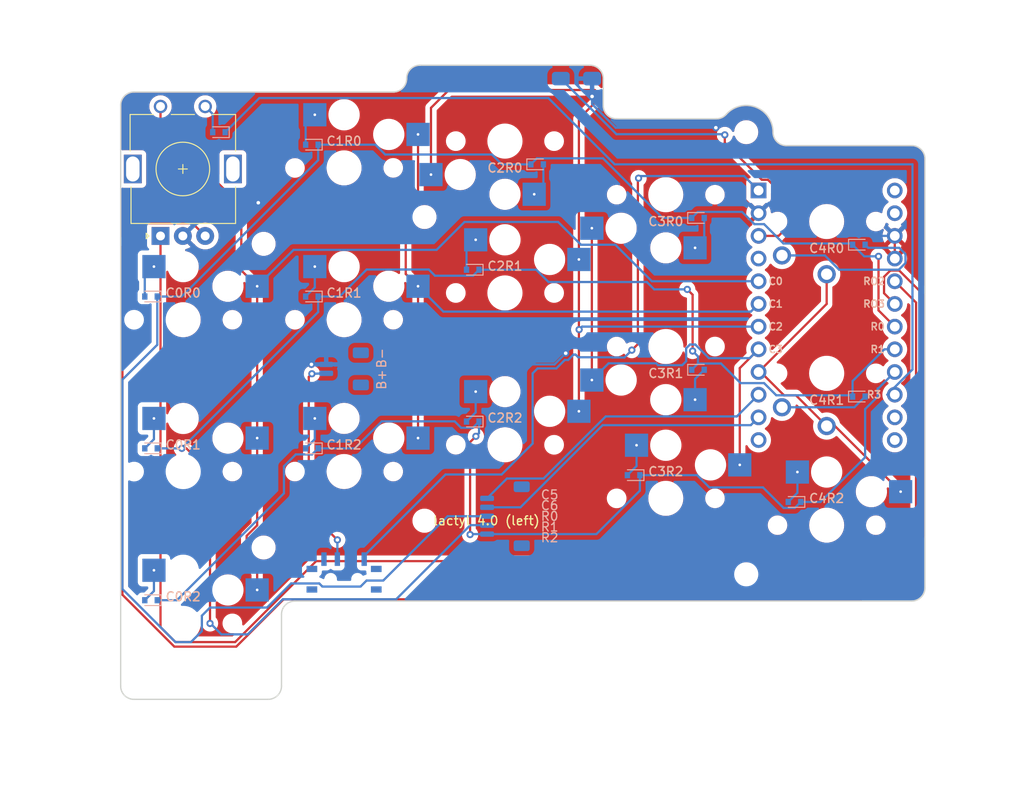
<source format=kicad_pcb>
(kicad_pcb (version 20171130) (host pcbnew 5.1.6)
  (title_block (title left) (rev v1.0.0) (company Unknown))
  (layers (0 F.Cu signal) (31 B.Cu signal) (34 B.Paste user) (35 F.Paste user) (36 B.SilkS user) (37 F.SilkS user) (38 B.Mask user) (39 F.Mask user) (44 Edge.Cuts user))
  (net 0 "")
  (net 1 "C0")
  (net 2 "C0R0D")
  (net 3 "C0R0")
  (net 4 "R0")
  (net 5 "C0R1D")
  (net 6 "C0R1")
  (net 7 "R1")
  (net 8 "C0R2D")
  (net 9 "C0R2")
  (net 10 "R2")
  (net 11 "C1")
  (net 12 "C1R0D")
  (net 13 "C1R0")
  (net 14 "C1R1D")
  (net 15 "C1R1")
  (net 16 "C1R2D")
  (net 17 "C1R2")
  (net 18 "C2")
  (net 19 "C2R0D")
  (net 20 "C2R0")
  (net 21 "C2R1D")
  (net 22 "C2R1")
  (net 23 "C2R2D")
  (net 24 "C2R2")
  (net 25 "C3")
  (net 26 "C3R0D")
  (net 27 "C3R0")
  (net 28 "C3R1D")
  (net 29 "C3R1")
  (net 30 "C3R2D")
  (net 31 "C3R2")
  (net 32 "C4")
  (net 33 "C4R0D")
  (net 34 "C4R0")
  (net 35 "C4R1D")
  (net 36 "C4R1")
  (net 37 "C4R2D")
  (net 38 "C4R2")
  (net 39 "C0R3D")
  (net 40 "P2")
  (net 41 "P3")
  (net 42 "GND")
  (net 43 "R3")
  (net 44 "RAW")
  (net 45 "BSLI")
  (net 46 "three")
  (net 47 "RST")
  (net 48 "VCC")
  (net 49 "C5")
  (net 50 "C6")
  (net 51 "P10")
  (net 52 "P1")
  (net 53 "P0")
  (net 54 "P8")
  (net 55 "P9")
  (net 56 "Flactyl 4.0 (left)")
  (footprint "Kailh_socket_PG1350_no_silk" (layer "B.Cu") (at 0 -34 180)
    (fp_text reference "S1" hide)
    (fp_text user C0R0 (at -0 3 180) (layer F.SilkS))
    (fp_text user C0R0 (at -0 3 180) (layer B.SilkS))
    (pad "" np_thru_hole circle (at 0 0) (size 3.429 3.429) (drill 3.429) (layers *.Cu *.Mask))
    (pad "" np_thru_hole circle (at 5.5 0) (size 1.7018 1.7018) (drill 1.7018) (layers *.Cu *.Mask))
    (pad "" np_thru_hole circle (at -5.5 0) (size 1.7018 1.7018) (drill 1.7018) (layers *.Cu *.Mask))
    (pad "" np_thru_hole circle (at -5 3.75) (size 3 3) (drill 3) (layers *.Cu *.Mask))
    (pad "" np_thru_hole circle (at 0 5.95) (size 3 3) (drill 3) (layers *.Cu *.Mask))
    (pad "1" smd rect (at 3.275 5.95) (size 2.6 2.6) (layers "B.Cu" "B.Paste" "B.Mask") (net 2 "C0R0D"))
    (pad "2" smd rect (at -8.275 3.75) (size 2.6 2.6) (layers "B.Cu" "B.Paste" "B.Mask") (net 1 "C0"))
    (pad "3" thru_hole circle (at 3.275 5.95) (size 0.6 0.6) (drill 0.3) (layers *.Cu) (net 2 "C0R0D"))
    (pad "4" thru_hole circle (at -8.275 3.75) (size 0.6 0.6) (drill 0.3) (layers *.Cu) (net 1 "C0"))
  )
  (footprint "D_SOD-523" (layer "B.Cu") (at -3.6 -36.6 180)
    (fp_text reference "D1" hide)
    (fp_text value "D_SOD-523")
    (pad "1" smd rect (at -0.7 0 180) (size 0.6 0.7) (layers "B.Cu" "B.Paste" "B.Mask") (net 4 "R0"))
    (pad "2" smd rect (at 0.7 0 180) (size 0.6 0.7) (layers "B.Cu" "B.Paste" "B.Mask") (net 2 "C0R0D"))
  )
  (footprint "Kailh_socket_PG1350_no_silk" (layer "B.Cu") (at 0 -17 180)
    (fp_text reference "S2" hide)
    (fp_text user C0R1 (at -0 3 180) (layer F.SilkS))
    (fp_text user C0R1 (at -0 3 180) (layer B.SilkS))
    (pad "" np_thru_hole circle (at 0 0) (size 3.429 3.429) (drill 3.429) (layers *.Cu *.Mask))
    (pad "" np_thru_hole circle (at 5.5 0) (size 1.7018 1.7018) (drill 1.7018) (layers *.Cu *.Mask))
    (pad "" np_thru_hole circle (at -5.5 0) (size 1.7018 1.7018) (drill 1.7018) (layers *.Cu *.Mask))
    (pad "" np_thru_hole circle (at -5 3.75) (size 3 3) (drill 3) (layers *.Cu *.Mask))
    (pad "" np_thru_hole circle (at 0 5.95) (size 3 3) (drill 3) (layers *.Cu *.Mask))
    (pad "1" smd rect (at 3.275 5.95) (size 2.6 2.6) (layers "B.Cu" "B.Paste" "B.Mask") (net 5 "C0R1D"))
    (pad "2" smd rect (at -8.275 3.75) (size 2.6 2.6) (layers "B.Cu" "B.Paste" "B.Mask") (net 1 "C0"))
    (pad "3" thru_hole circle (at 3.275 5.95) (size 0.6 0.6) (drill 0.3) (layers *.Cu) (net 5 "C0R1D"))
    (pad "4" thru_hole circle (at -8.275 3.75) (size 0.6 0.6) (drill 0.3) (layers *.Cu) (net 1 "C0"))
  )
  (footprint "D_SOD-523" (layer "B.Cu") (at -3.6 -19.6 180)
    (fp_text reference "D2" hide)
    (fp_text value "D_SOD-523")
    (pad "1" smd rect (at -0.7 0 180) (size 0.6 0.7) (layers "B.Cu" "B.Paste" "B.Mask") (net 7 "R1"))
    (pad "2" smd rect (at 0.7 0 180) (size 0.6 0.7) (layers "B.Cu" "B.Paste" "B.Mask") (net 5 "C0R1D"))
  )
  (footprint "Kailh_socket_PG1350_no_silk" (layer "B.Cu") (at 0 0 180)
    (fp_text reference "S3" hide)
    (fp_text user C0R2 (at -0 3 180) (layer F.SilkS))
    (fp_text user C0R2 (at -0 3 180) (layer B.SilkS))
    (pad "" np_thru_hole circle (at 0 0) (size 3.429 3.429) (drill 3.429) (layers *.Cu *.Mask))
    (pad "" np_thru_hole circle (at 5.5 0) (size 1.7018 1.7018) (drill 1.7018) (layers *.Cu *.Mask))
    (pad "" np_thru_hole circle (at -5.5 0) (size 1.7018 1.7018) (drill 1.7018) (layers *.Cu *.Mask))
    (pad "" np_thru_hole circle (at -5 3.75) (size 3 3) (drill 3) (layers *.Cu *.Mask))
    (pad "" np_thru_hole circle (at 0 5.95) (size 3 3) (drill 3) (layers *.Cu *.Mask))
    (pad "1" smd rect (at 3.275 5.95) (size 2.6 2.6) (layers "B.Cu" "B.Paste" "B.Mask") (net 8 "C0R2D"))
    (pad "2" smd rect (at -8.275 3.75) (size 2.6 2.6) (layers "B.Cu" "B.Paste" "B.Mask") (net 1 "C0"))
    (pad "3" thru_hole circle (at 3.275 5.95) (size 0.6 0.6) (drill 0.3) (layers *.Cu) (net 8 "C0R2D"))
    (pad "4" thru_hole circle (at -8.275 3.75) (size 0.6 0.6) (drill 0.3) (layers *.Cu) (net 1 "C0"))
  )
  (footprint "D_SOD-523" (layer "B.Cu") (at -3.6 -2.6 180)
    (fp_text reference "D3" hide)
    (fp_text value "D_SOD-523")
    (pad "1" smd rect (at -0.7 0 180) (size 0.6 0.7) (layers "B.Cu" "B.Paste" "B.Mask") (net 10 "R2"))
    (pad "2" smd rect (at 0.7 0 180) (size 0.6 0.7) (layers "B.Cu" "B.Paste" "B.Mask") (net 8 "C0R2D"))
  )
  (footprint "Kailh_socket_PG1350_no_silk" (layer "B.Cu") (at 18 -51 180)
    (fp_text reference "S4" hide)
    (fp_text user C1R0 (at -0 3 180) (layer F.SilkS))
    (fp_text user C1R0 (at -0 3 180) (layer B.SilkS))
    (pad "" np_thru_hole circle (at 0 0) (size 3.429 3.429) (drill 3.429) (layers *.Cu *.Mask))
    (pad "" np_thru_hole circle (at 5.5 0) (size 1.7018 1.7018) (drill 1.7018) (layers *.Cu *.Mask))
    (pad "" np_thru_hole circle (at -5.5 0) (size 1.7018 1.7018) (drill 1.7018) (layers *.Cu *.Mask))
    (pad "" np_thru_hole circle (at -5 3.75) (size 3 3) (drill 3) (layers *.Cu *.Mask))
    (pad "" np_thru_hole circle (at 0 5.95) (size 3 3) (drill 3) (layers *.Cu *.Mask))
    (pad "1" smd rect (at 3.275 5.95) (size 2.6 2.6) (layers "B.Cu" "B.Paste" "B.Mask") (net 12 "C1R0D"))
    (pad "2" smd rect (at -8.275 3.75) (size 2.6 2.6) (layers "B.Cu" "B.Paste" "B.Mask") (net 11 "C1"))
    (pad "3" thru_hole circle (at 3.275 5.95) (size 0.6 0.6) (drill 0.3) (layers *.Cu) (net 12 "C1R0D"))
    (pad "4" thru_hole circle (at -8.275 3.75) (size 0.6 0.6) (drill 0.3) (layers *.Cu) (net 11 "C1"))
  )
  (footprint "D_SOD-523" (layer "B.Cu") (at 14.4 -53.6 180)
    (fp_text reference "D4" hide)
    (fp_text value "D_SOD-523")
    (pad "1" smd rect (at -0.7 0 180) (size 0.6 0.7) (layers "B.Cu" "B.Paste" "B.Mask") (net 4 "R0"))
    (pad "2" smd rect (at 0.7 0 180) (size 0.6 0.7) (layers "B.Cu" "B.Paste" "B.Mask") (net 12 "C1R0D"))
  )
  (footprint "Kailh_socket_PG1350_no_silk" (layer "B.Cu") (at 18 -34 180)
    (fp_text reference "S5" hide)
    (fp_text user C1R1 (at -0 3 180) (layer F.SilkS))
    (fp_text user C1R1 (at -0 3 180) (layer B.SilkS))
    (pad "" np_thru_hole circle (at 0 0) (size 3.429 3.429) (drill 3.429) (layers *.Cu *.Mask))
    (pad "" np_thru_hole circle (at 5.5 0) (size 1.7018 1.7018) (drill 1.7018) (layers *.Cu *.Mask))
    (pad "" np_thru_hole circle (at -5.5 0) (size 1.7018 1.7018) (drill 1.7018) (layers *.Cu *.Mask))
    (pad "" np_thru_hole circle (at -5 3.75) (size 3 3) (drill 3) (layers *.Cu *.Mask))
    (pad "" np_thru_hole circle (at 0 5.95) (size 3 3) (drill 3) (layers *.Cu *.Mask))
    (pad "1" smd rect (at 3.275 5.95) (size 2.6 2.6) (layers "B.Cu" "B.Paste" "B.Mask") (net 14 "C1R1D"))
    (pad "2" smd rect (at -8.275 3.75) (size 2.6 2.6) (layers "B.Cu" "B.Paste" "B.Mask") (net 11 "C1"))
    (pad "3" thru_hole circle (at 3.275 5.95) (size 0.6 0.6) (drill 0.3) (layers *.Cu) (net 14 "C1R1D"))
    (pad "4" thru_hole circle (at -8.275 3.75) (size 0.6 0.6) (drill 0.3) (layers *.Cu) (net 11 "C1"))
  )
  (footprint "D_SOD-523" (layer "B.Cu") (at 14.4 -36.6 180)
    (fp_text reference "D5" hide)
    (fp_text value "D_SOD-523")
    (pad "1" smd rect (at -0.7 0 180) (size 0.6 0.7) (layers "B.Cu" "B.Paste" "B.Mask") (net 7 "R1"))
    (pad "2" smd rect (at 0.7 0 180) (size 0.6 0.7) (layers "B.Cu" "B.Paste" "B.Mask") (net 14 "C1R1D"))
  )
  (footprint "Kailh_socket_PG1350_no_silk" (layer "B.Cu") (at 18 -17 180)
    (fp_text reference "S6" hide)
    (fp_text user C1R2 (at -0 3 180) (layer F.SilkS))
    (fp_text user C1R2 (at -0 3 180) (layer B.SilkS))
    (pad "" np_thru_hole circle (at 0 0) (size 3.429 3.429) (drill 3.429) (layers *.Cu *.Mask))
    (pad "" np_thru_hole circle (at 5.5 0) (size 1.7018 1.7018) (drill 1.7018) (layers *.Cu *.Mask))
    (pad "" np_thru_hole circle (at -5.5 0) (size 1.7018 1.7018) (drill 1.7018) (layers *.Cu *.Mask))
    (pad "" np_thru_hole circle (at -5 3.75) (size 3 3) (drill 3) (layers *.Cu *.Mask))
    (pad "" np_thru_hole circle (at 0 5.95) (size 3 3) (drill 3) (layers *.Cu *.Mask))
    (pad "1" smd rect (at 3.275 5.95) (size 2.6 2.6) (layers "B.Cu" "B.Paste" "B.Mask") (net 16 "C1R2D"))
    (pad "2" smd rect (at -8.275 3.75) (size 2.6 2.6) (layers "B.Cu" "B.Paste" "B.Mask") (net 11 "C1"))
    (pad "3" thru_hole circle (at 3.275 5.95) (size 0.6 0.6) (drill 0.3) (layers *.Cu) (net 16 "C1R2D"))
    (pad "4" thru_hole circle (at -8.275 3.75) (size 0.6 0.6) (drill 0.3) (layers *.Cu) (net 11 "C1"))
  )
  (footprint "D_SOD-523" (layer "B.Cu") (at 14.4 -19.6 180)
    (fp_text reference "D6" hide)
    (fp_text value "D_SOD-523")
    (pad "1" smd rect (at -0.7 0 180) (size 0.6 0.7) (layers "B.Cu" "B.Paste" "B.Mask") (net 10 "R2"))
    (pad "2" smd rect (at 0.7 0 180) (size 0.6 0.7) (layers "B.Cu" "B.Paste" "B.Mask") (net 16 "C1R2D"))
  )
  (footprint "Kailh_socket_PG1350_no_silk" (layer "B.Cu") (at 36 -54 0)
    (fp_text reference "S7" hide)
    (fp_text user C2R0 (at -0 3 0) (layer F.SilkS))
    (fp_text user C2R0 (at -0 3 0) (layer B.SilkS))
    (pad "" np_thru_hole circle (at 0 0) (size 3.429 3.429) (drill 3.429) (layers *.Cu *.Mask))
    (pad "" np_thru_hole circle (at 5.5 0) (size 1.7018 1.7018) (drill 1.7018) (layers *.Cu *.Mask))
    (pad "" np_thru_hole circle (at -5.5 0) (size 1.7018 1.7018) (drill 1.7018) (layers *.Cu *.Mask))
    (pad "" np_thru_hole circle (at -5 3.75) (size 3 3) (drill 3) (layers *.Cu *.Mask))
    (pad "" np_thru_hole circle (at 0 5.95) (size 3 3) (drill 3) (layers *.Cu *.Mask))
    (pad "1" smd rect (at 3.275 5.95) (size 2.6 2.6) (layers "B.Cu" "B.Paste" "B.Mask") (net 19 "C2R0D"))
    (pad "2" smd rect (at -8.275 3.75) (size 2.6 2.6) (layers "B.Cu" "B.Paste" "B.Mask") (net 18 "C2"))
    (pad "3" thru_hole circle (at 3.275 5.95) (size 0.6 0.6) (drill 0.3) (layers *.Cu) (net 19 "C2R0D"))
    (pad "4" thru_hole circle (at -8.275 3.75) (size 0.6 0.6) (drill 0.3) (layers *.Cu) (net 18 "C2"))
  )
  (footprint "D_SOD-523" (layer "B.Cu") (at 39.6 -51.4 0)
    (fp_text reference "D7" hide)
    (fp_text value "D_SOD-523")
    (pad "1" smd rect (at -0.7 0 0) (size 0.6 0.7) (layers "B.Cu" "B.Paste" "B.Mask") (net 4 "R0"))
    (pad "2" smd rect (at 0.7 0 0) (size 0.6 0.7) (layers "B.Cu" "B.Paste" "B.Mask") (net 19 "C2R0D"))
  )
  (footprint "Kailh_socket_PG1350_no_silk" (layer "B.Cu") (at 36 -37 180)
    (fp_text reference "S8" hide)
    (fp_text user C2R1 (at -0 3 180) (layer F.SilkS))
    (fp_text user C2R1 (at -0 3 180) (layer B.SilkS))
    (pad "" np_thru_hole circle (at 0 0) (size 3.429 3.429) (drill 3.429) (layers *.Cu *.Mask))
    (pad "" np_thru_hole circle (at 5.5 0) (size 1.7018 1.7018) (drill 1.7018) (layers *.Cu *.Mask))
    (pad "" np_thru_hole circle (at -5.5 0) (size 1.7018 1.7018) (drill 1.7018) (layers *.Cu *.Mask))
    (pad "" np_thru_hole circle (at -5 3.75) (size 3 3) (drill 3) (layers *.Cu *.Mask))
    (pad "" np_thru_hole circle (at 0 5.95) (size 3 3) (drill 3) (layers *.Cu *.Mask))
    (pad "1" smd rect (at 3.275 5.95) (size 2.6 2.6) (layers "B.Cu" "B.Paste" "B.Mask") (net 21 "C2R1D"))
    (pad "2" smd rect (at -8.275 3.75) (size 2.6 2.6) (layers "B.Cu" "B.Paste" "B.Mask") (net 18 "C2"))
    (pad "3" thru_hole circle (at 3.275 5.95) (size 0.6 0.6) (drill 0.3) (layers *.Cu) (net 21 "C2R1D"))
    (pad "4" thru_hole circle (at -8.275 3.75) (size 0.6 0.6) (drill 0.3) (layers *.Cu) (net 18 "C2"))
  )
  (footprint "D_SOD-523" (layer "B.Cu") (at 32.4 -39.6 180)
    (fp_text reference "D8" hide)
    (fp_text value "D_SOD-523")
    (pad "1" smd rect (at -0.7 0 180) (size 0.6 0.7) (layers "B.Cu" "B.Paste" "B.Mask") (net 7 "R1"))
    (pad "2" smd rect (at 0.7 0 180) (size 0.6 0.7) (layers "B.Cu" "B.Paste" "B.Mask") (net 21 "C2R1D"))
  )
  (footprint "Kailh_socket_PG1350_no_silk" (layer "B.Cu") (at 36 -20 180)
    (fp_text reference "S9" hide)
    (fp_text user C2R2 (at -0 3 180) (layer F.SilkS))
    (fp_text user C2R2 (at -0 3 180) (layer B.SilkS))
    (pad "" np_thru_hole circle (at 0 0) (size 3.429 3.429) (drill 3.429) (layers *.Cu *.Mask))
    (pad "" np_thru_hole circle (at 5.5 0) (size 1.7018 1.7018) (drill 1.7018) (layers *.Cu *.Mask))
    (pad "" np_thru_hole circle (at -5.5 0) (size 1.7018 1.7018) (drill 1.7018) (layers *.Cu *.Mask))
    (pad "" np_thru_hole circle (at -5 3.75) (size 3 3) (drill 3) (layers *.Cu *.Mask))
    (pad "" np_thru_hole circle (at 0 5.95) (size 3 3) (drill 3) (layers *.Cu *.Mask))
    (pad "1" smd rect (at 3.275 5.95) (size 2.6 2.6) (layers "B.Cu" "B.Paste" "B.Mask") (net 23 "C2R2D"))
    (pad "2" smd rect (at -8.275 3.75) (size 2.6 2.6) (layers "B.Cu" "B.Paste" "B.Mask") (net 18 "C2"))
    (pad "3" thru_hole circle (at 3.275 5.95) (size 0.6 0.6) (drill 0.3) (layers *.Cu) (net 23 "C2R2D"))
    (pad "4" thru_hole circle (at -8.275 3.75) (size 0.6 0.6) (drill 0.3) (layers *.Cu) (net 18 "C2"))
  )
  (footprint "D_SOD-523" (layer "B.Cu") (at 32.4 -22.6 180)
    (fp_text reference "D9" hide)
    (fp_text value "D_SOD-523")
    (pad "1" smd rect (at -0.7 0 180) (size 0.6 0.7) (layers "B.Cu" "B.Paste" "B.Mask") (net 10 "R2"))
    (pad "2" smd rect (at 0.7 0 180) (size 0.6 0.7) (layers "B.Cu" "B.Paste" "B.Mask") (net 23 "C2R2D"))
  )
  (footprint "Kailh_socket_PG1350_no_silk" (layer "B.Cu") (at 54 -48 0)
    (fp_text reference "S10" hide)
    (fp_text user C3R0 (at -0 3 0) (layer F.SilkS))
    (fp_text user C3R0 (at -0 3 0) (layer B.SilkS))
    (pad "" np_thru_hole circle (at 0 0) (size 3.429 3.429) (drill 3.429) (layers *.Cu *.Mask))
    (pad "" np_thru_hole circle (at 5.5 0) (size 1.7018 1.7018) (drill 1.7018) (layers *.Cu *.Mask))
    (pad "" np_thru_hole circle (at -5.5 0) (size 1.7018 1.7018) (drill 1.7018) (layers *.Cu *.Mask))
    (pad "" np_thru_hole circle (at -5 3.75) (size 3 3) (drill 3) (layers *.Cu *.Mask))
    (pad "" np_thru_hole circle (at 0 5.95) (size 3 3) (drill 3) (layers *.Cu *.Mask))
    (pad "1" smd rect (at 3.275 5.95) (size 2.6 2.6) (layers "B.Cu" "B.Paste" "B.Mask") (net 26 "C3R0D"))
    (pad "2" smd rect (at -8.275 3.75) (size 2.6 2.6) (layers "B.Cu" "B.Paste" "B.Mask") (net 25 "C3"))
    (pad "3" thru_hole circle (at 3.275 5.95) (size 0.6 0.6) (drill 0.3) (layers *.Cu) (net 26 "C3R0D"))
    (pad "4" thru_hole circle (at -8.275 3.75) (size 0.6 0.6) (drill 0.3) (layers *.Cu) (net 25 "C3"))
  )
  (footprint "D_SOD-523" (layer "B.Cu") (at 57.6 -45.4 0)
    (fp_text reference "D10" hide)
    (fp_text value "D_SOD-523")
    (pad "1" smd rect (at -0.7 0 0) (size 0.6 0.7) (layers "B.Cu" "B.Paste" "B.Mask") (net 4 "R0"))
    (pad "2" smd rect (at 0.7 0 0) (size 0.6 0.7) (layers "B.Cu" "B.Paste" "B.Mask") (net 26 "C3R0D"))
  )
  (footprint "Kailh_socket_PG1350_no_silk" (layer "B.Cu") (at 54 -31 0)
    (fp_text reference "S11" hide)
    (fp_text user C3R1 (at -0 3 0) (layer F.SilkS))
    (fp_text user C3R1 (at -0 3 0) (layer B.SilkS))
    (pad "" np_thru_hole circle (at 0 0) (size 3.429 3.429) (drill 3.429) (layers *.Cu *.Mask))
    (pad "" np_thru_hole circle (at 5.5 0) (size 1.7018 1.7018) (drill 1.7018) (layers *.Cu *.Mask))
    (pad "" np_thru_hole circle (at -5.5 0) (size 1.7018 1.7018) (drill 1.7018) (layers *.Cu *.Mask))
    (pad "" np_thru_hole circle (at -5 3.75) (size 3 3) (drill 3) (layers *.Cu *.Mask))
    (pad "" np_thru_hole circle (at 0 5.95) (size 3 3) (drill 3) (layers *.Cu *.Mask))
    (pad "1" smd rect (at 3.275 5.95) (size 2.6 2.6) (layers "B.Cu" "B.Paste" "B.Mask") (net 28 "C3R1D"))
    (pad "2" smd rect (at -8.275 3.75) (size 2.6 2.6) (layers "B.Cu" "B.Paste" "B.Mask") (net 25 "C3"))
    (pad "3" thru_hole circle (at 3.275 5.95) (size 0.6 0.6) (drill 0.3) (layers *.Cu) (net 28 "C3R1D"))
    (pad "4" thru_hole circle (at -8.275 3.75) (size 0.6 0.6) (drill 0.3) (layers *.Cu) (net 25 "C3"))
  )
  (footprint "D_SOD-523" (layer "B.Cu") (at 57.6 -28.4 0)
    (fp_text reference "D11" hide)
    (fp_text value "D_SOD-523")
    (pad "1" smd rect (at -0.7 0 0) (size 0.6 0.7) (layers "B.Cu" "B.Paste" "B.Mask") (net 7 "R1"))
    (pad "2" smd rect (at 0.7 0 0) (size 0.6 0.7) (layers "B.Cu" "B.Paste" "B.Mask") (net 28 "C3R1D"))
  )
  (footprint "Kailh_socket_PG1350_no_silk" (layer "B.Cu") (at 54 -14 180)
    (fp_text reference "S12" hide)
    (fp_text user C3R2 (at -0 3 180) (layer F.SilkS))
    (fp_text user C3R2 (at -0 3 180) (layer B.SilkS))
    (pad "" np_thru_hole circle (at 0 0) (size 3.429 3.429) (drill 3.429) (layers *.Cu *.Mask))
    (pad "" np_thru_hole circle (at 5.5 0) (size 1.7018 1.7018) (drill 1.7018) (layers *.Cu *.Mask))
    (pad "" np_thru_hole circle (at -5.5 0) (size 1.7018 1.7018) (drill 1.7018) (layers *.Cu *.Mask))
    (pad "" np_thru_hole circle (at -5 3.75) (size 3 3) (drill 3) (layers *.Cu *.Mask))
    (pad "" np_thru_hole circle (at 0 5.95) (size 3 3) (drill 3) (layers *.Cu *.Mask))
    (pad "1" smd rect (at 3.275 5.95) (size 2.6 2.6) (layers "B.Cu" "B.Paste" "B.Mask") (net 30 "C3R2D"))
    (pad "2" smd rect (at -8.275 3.75) (size 2.6 2.6) (layers "B.Cu" "B.Paste" "B.Mask") (net 25 "C3"))
    (pad "3" thru_hole circle (at 3.275 5.95) (size 0.6 0.6) (drill 0.3) (layers *.Cu) (net 30 "C3R2D"))
    (pad "4" thru_hole circle (at -8.275 3.75) (size 0.6 0.6) (drill 0.3) (layers *.Cu) (net 25 "C3"))
  )
  (footprint "D_SOD-523" (layer "B.Cu") (at 50.4 -16.6 180)
    (fp_text reference "D12" hide)
    (fp_text value "D_SOD-523")
    (pad "1" smd rect (at -0.7 0 180) (size 0.6 0.7) (layers "B.Cu" "B.Paste" "B.Mask") (net 10 "R2"))
    (pad "2" smd rect (at 0.7 0 180) (size 0.6 0.7) (layers "B.Cu" "B.Paste" "B.Mask") (net 30 "C3R2D"))
  )
  (footprint "Kailh_socket_PG1350_no_silk" (layer "B.Cu") (at 72 -45 0)
    (fp_text reference "S13" hide)
    (fp_text user C4R0 (at -0 3 0) (layer F.SilkS))
    (fp_text user C4R0 (at -0 3 0) (layer B.SilkS))
    (pad "" np_thru_hole circle (at 0 0) (size 3.429 3.429) (drill 3.429) (layers *.Cu *.Mask))
    (pad "" np_thru_hole circle (at 5.5 0) (size 1.7018 1.7018) (drill 1.7018) (layers *.Cu *.Mask))
    (pad "" np_thru_hole circle (at -5.5 0) (size 1.7018 1.7018) (drill 1.7018) (layers *.Cu *.Mask))
    (pad 1 thru_hole circle (at -5 3.8) (size 2.032 2.032) (drill 1.27) (layers *.Cu *.Mask) (net 33 "C4R0D"))
    (pad 2 thru_hole circle (at 0 5.9) (size 2.032 2.032) (drill 1.27) (layers *.Cu *.Mask) (net 32 "C4"))
  )
  (footprint "D_SOD-523" (layer "B.Cu") (at 75.6 -42.4 0)
    (fp_text reference "D13" hide)
    (fp_text value "D_SOD-523")
    (pad "1" smd rect (at -0.7 0 0) (size 0.6 0.7) (layers "B.Cu" "B.Paste" "B.Mask") (net 4 "R0"))
    (pad "2" smd rect (at 0.7 0 0) (size 0.6 0.7) (layers "B.Cu" "B.Paste" "B.Mask") (net 33 "C4R0D"))
  )
  (footprint "Kailh_socket_PG1350_no_silk" (layer "B.Cu") (at 72 -28 0)
    (fp_text reference "S14" hide)
    (fp_text user C4R1 (at -0 3 0) (layer F.SilkS))
    (fp_text user C4R1 (at -0 3 0) (layer B.SilkS))
    (pad "" np_thru_hole circle (at 0 0) (size 3.429 3.429) (drill 3.429) (layers *.Cu *.Mask))
    (pad "" np_thru_hole circle (at 5.5 0) (size 1.7018 1.7018) (drill 1.7018) (layers *.Cu *.Mask))
    (pad "" np_thru_hole circle (at -5.5 0) (size 1.7018 1.7018) (drill 1.7018) (layers *.Cu *.Mask))
    (pad 1 thru_hole circle (at -5 3.8) (size 2.032 2.032) (drill 1.27) (layers *.Cu *.Mask) (net 35 "C4R1D"))
    (pad 2 thru_hole circle (at 0 5.9) (size 2.032 2.032) (drill 1.27) (layers *.Cu *.Mask) (net 32 "C4"))
  )
  (footprint "D_SOD-523" (layer "B.Cu") (at 75.6 -25.4 0)
    (fp_text reference "D14" hide)
    (fp_text value "D_SOD-523")
    (pad "1" smd rect (at -0.7 0 0) (size 0.6 0.7) (layers "B.Cu" "B.Paste" "B.Mask") (net 7 "R1"))
    (pad "2" smd rect (at 0.7 0 0) (size 0.6 0.7) (layers "B.Cu" "B.Paste" "B.Mask") (net 35 "C4R1D"))
  )
  (footprint "Kailh_socket_PG1350_no_silk" (layer "B.Cu") (at 72 -11 180)
    (fp_text reference "S15" hide)
    (fp_text user C4R2 (at -0 3 180) (layer F.SilkS))
    (fp_text user C4R2 (at -0 3 180) (layer B.SilkS))
    (pad "" np_thru_hole circle (at 0 0) (size 3.429 3.429) (drill 3.429) (layers *.Cu *.Mask))
    (pad "" np_thru_hole circle (at 5.5 0) (size 1.7018 1.7018) (drill 1.7018) (layers *.Cu *.Mask))
    (pad "" np_thru_hole circle (at -5.5 0) (size 1.7018 1.7018) (drill 1.7018) (layers *.Cu *.Mask))
    (pad "" np_thru_hole circle (at -5 3.75) (size 3 3) (drill 3) (layers *.Cu *.Mask))
    (pad "" np_thru_hole circle (at 0 5.95) (size 3 3) (drill 3) (layers *.Cu *.Mask))
    (pad "1" smd rect (at 3.275 5.95) (size 2.6 2.6) (layers "B.Cu" "B.Paste" "B.Mask") (net 37 "C4R2D"))
    (pad "2" smd rect (at -8.275 3.75) (size 2.6 2.6) (layers "B.Cu" "B.Paste" "B.Mask") (net 32 "C4"))
    (pad "3" thru_hole circle (at 3.275 5.95) (size 0.6 0.6) (drill 0.3) (layers *.Cu) (net 37 "C4R2D"))
    (pad "4" thru_hole circle (at -8.275 3.75) (size 0.6 0.6) (drill 0.3) (layers *.Cu) (net 32 "C4"))
  )
  (footprint "D_SOD-523" (layer "B.Cu") (at 68.4 -13.6 180)
    (fp_text reference "D15" hide)
    (fp_text value "D_SOD-523")
    (pad "1" smd rect (at -0.7 0 180) (size 0.6 0.7) (layers "B.Cu" "B.Paste" "B.Mask") (net 10 "R2"))
    (pad "2" smd rect (at 0.7 0 180) (size 0.6 0.7) (layers "B.Cu" "B.Paste" "B.Mask") (net 37 "C4R2D"))
  )
  (module rotary_encoder (layer F.Cu) (at 0 -51 90)
    (fp_text reference "ROT1" hide)
    (fp_text value "")
    (pad A thru_hole rect (at -7.62 -2.54 90) (size 2 2) (drill 1) (layers *.Cu *.Mask) (net 40 "P2"))
    (pad C thru_hole circle (at -7.62 -0.04) (size 2 2) (drill 1) (layers *.Cu *.Mask) (net 42 "GND"))
    (pad B thru_hole circle (at -7.62 2.46) (size 2 2) (drill 1) (layers *.Cu *.Mask) (net 41 "P3"))
    (pad 1 thru_hole circle (at 6.88 -2.54) (size 1.5 1.5) (drill 1) (layers *.Cu *.Mask) (net 1 "C0"))
    (pad 2 thru_hole circle (at 6.88 2.46) (size 1.5 1.5) (drill 1) (layers *.Cu *.Mask) (net 39 "C0R3D"))
    (pad "" thru_hole rect (at -0.12 -5.64 90) (size 3.2 2) (drill oval 2.8 1.5) (layers *.Cu *.Mask))
    (pad "" thru_hole rect (at -0.12 5.56 90) (size 3.2 2) (drill oval 2.8 1.5) (layers *.Cu *.Mask))
  )
  (footprint "D_SOD-523" (layer "B.Cu") (at 4 -55 180)
    (fp_text reference "D16" hide)
    (fp_text value "D_SOD-523")
    (pad "1" smd rect (at -0.7 0 180) (size 0.6 0.7) (layers "B.Cu" "B.Paste" "B.Mask") (net 43 "R3"))
    (pad "2" smd rect (at 0.7 0 180) (size 0.6 0.7) (layers "B.Cu" "B.Paste" "B.Mask") (net 39 "C0R3D"))
  )
  (footprint "easyeda:SW-TH_MSK12C02-HB-1" (layer "F.Cu") (at 18 -5.5 0)
    (fp_text reference "SS1" hide)
    (pad "" np_thru_hole circle (at -1.5 0.55 180) (size 0.9 0.9) (drill 0.9) (layers "*.Cu" "*.Mask"))
    (pad "" np_thru_hole circle (at 1.5 0.55 180) (size 0.9 0.9) (drill 0.9) (layers "*.Cu" "*.Mask"))
    (pad "1" smd rect (at 2.25 -1.7 90) (size 1.524 0.6) (layers "B.Cu" "B.Paste" "B.Mask") (net 44 "RAW"))
    (pad "2" smd rect (at -0.75 -1.7 90) (size 1.524 0.6) (layers "B.Cu" "B.Paste" "B.Mask") (net 45 "BSLI"))
    (pad "3" smd rect (at -2.25 -1.7 90) (size 1.524 0.6) (layers "B.Cu" "B.Paste" "B.Mask") (net 46 "three"))
    (pad "4" smd rect (at -3.6 -0.6 180) (size 1.2 0.7) (layers "B.Cu" "B.Paste" "B.Mask"))
    (pad "4" smd rect (at -3.6 1.7 180) (size 1.2 0.7) (layers "B.Cu" "B.Paste" "B.Mask"))
    (pad "4" smd rect (at 3.6 -0.6 180) (size 1.2 0.7) (layers "B.Cu" "B.Paste" "B.Mask"))
    (pad "4" smd rect (at 3.6 1.7 180) (size 1.2 0.7) (layers "B.Cu" "B.Paste" "B.Mask"))
  )
  (module "b3u-1000P" (layer "B.Cu") (at 44 -61 180)
    (fp_text reference "SB1" hide)
    (fp_text value "b3u-1000P")
    (pad "1" smd roundrect (at -1.75 0 180) (size 2 1.524) (layers "B.Cu" "B.Paste" "B.Mask") (net 42 "GND"))
    (pad "2" smd roundrect (at 1.75 0 180) (size 2 1.512) (layers "B.Cu" "B.Paste" "B.Mask") (net 47 "RST"))
  )
  (module NiceNano (layer B.Cu) (at 72 -34.5 -90)
    (fp_text reference "MCU1" hide)
    (fp_text value "" hide)
    (fp_text user C0 (at -3.81 5.7 0) (layer F.SilkS) (effects (font (size 0.8 0.8))))
    (fp_text user C1 (at -1.27 5.7 0) (layer F.SilkS) (effects (font (size 0.8 0.8))))
    (fp_text user C2 (at 1.27 5.7 0) (layer F.SilkS) (effects (font (size 0.8 0.8))))
    (fp_text user C3 (at 3.81 5.7 0) (layer F.SilkS) (effects (font (size 0.8 0.8))))
    (fp_text user C0 (at -3.81 5.7 0) (layer B.SilkS) (effects (font (size 0.8 0.8))))
    (fp_text user C1 (at -1.27 5.7 0) (layer B.SilkS) (effects (font (size 0.8 0.8))))
    (fp_text user C2 (at 1.27 5.7 0) (layer B.SilkS) (effects (font (size 0.8 0.8))))
    (fp_text user C3 (at 3.81 5.7 0) (layer B.SilkS) (effects (font (size 0.8 0.8))))
    (fp_text user RO2 (at -3.81 -5.3 0) (layer B.SilkS) (effects (font (size 0.8 0.8))))
    (fp_text user RO3 (at -1.27 -5.3 0) (layer B.SilkS) (effects (font (size 0.8 0.8))))
    (fp_text user RO2 (at -3.81 -5.3 0) (layer F.SilkS) (effects (font (size 0.8 0.8))))
    (fp_text user RO3 (at -1.27 -5.3 0) (layer F.SilkS) (effects (font (size 0.8 0.8))))
    (fp_text user R0 (at 1.27 -5.7 0) (layer F.SilkS) (effects (font (size 0.8 0.8))))
    (fp_text user R1 (at 3.81 -5.7 0) (layer F.SilkS) (effects (font (size 0.8 0.8))))
    (fp_text user R3 (at 8.89 -5.3 0) (layer F.SilkS) (effects (font (size 0.8 0.8))))
    (fp_text user R0 (at 1.27 -5.7 0) (layer B.SilkS) (effects (font (size 0.8 0.8))))
    (fp_text user R1 (at 3.81 -5.7 0) (layer B.SilkS) (effects (font (size 0.8 0.8))))
    (fp_text user R3 (at 8.89 -5.3 0) (layer B.SilkS) (effects (font (size 0.8 0.8))))
    (pad 1 thru_hole rect (at -13.97 7.62 -90) (size 1.7526 1.7526) (drill 1.0922) (layers *.Cu *.Fab *.Mask) (net 44 "RAW"))
    (pad 2 thru_hole circle (at -11.43 7.62 0) (size 1.7526 1.7526) (drill 1.0922) (layers *.Cu *.Fab *.Mask) (net 42 "GND"))
    (pad 3 thru_hole circle (at -8.89 7.62 0) (size 1.7526 1.7526) (drill 1.0922) (layers *.Cu *.Fab *.Mask) (net 47 "RST"))
    (pad 4 thru_hole circle (at -6.35 7.62 0) (size 1.7526 1.7526) (drill 1.0922) (layers *.Cu *.Fab *.Mask) (net 48 "VCC"))
    (pad 5 thru_hole circle (at -3.81 7.62 0) (size 1.7526 1.7526) (drill 1.0922) (layers *.Cu *.Fab *.Mask) (net 1 "C0"))
    (pad 6 thru_hole circle (at -1.27 7.62 0) (size 1.7526 1.7526) (drill 1.0922) (layers *.Cu *.Fab *.Mask) (net 11 "C1"))
    (pad 7 thru_hole circle (at 1.27 7.62 0) (size 1.7526 1.7526) (drill 1.0922) (layers *.Cu *.Fab *.Mask) (net 18 "C2"))
    (pad 8 thru_hole circle (at 3.81 7.62 0) (size 1.7526 1.7526) (drill 1.0922) (layers *.Cu *.Fab *.Mask) (net 25 "C3"))
    (pad 9 thru_hole circle (at 6.35 7.62 0) (size 1.7526 1.7526) (drill 1.0922) (layers *.Cu *.Fab *.Mask) (net 32 "C4"))
    (pad 10 thru_hole circle (at 8.89 7.62 0) (size 1.7526 1.7526) (drill 1.0922) (layers *.Cu *.Fab *.Mask) (net 49 "C5"))
    (pad 11 thru_hole circle (at 11.43 7.62 0) (size 1.7526 1.7526) (drill 1.0922) (layers *.Cu *.Fab *.Mask) (net 50 "C6"))
    (pad 12 thru_hole circle (at 13.97 7.62 0) (size 1.7526 1.7526) (drill 1.0922) (layers *.Cu *.Fab *.Mask) (net 51 "P10"))
    (pad 13 thru_hole circle (at -13.97 -7.62 0) (size 1.7526 1.7526) (drill 1.0922) (layers *.Cu *.Fab *.Mask) (net 52 "P1"))
    (pad 14 thru_hole circle (at -11.43 -7.62 0) (size 1.7526 1.7526) (drill 1.0922) (layers *.Cu *.Fab *.Mask) (net 53 "P0"))
    (pad 15 thru_hole circle (at -8.89 -7.62 0) (size 1.7526 1.7526) (drill 1.0922) (layers *.Cu *.Fab *.Mask) (net 42 "GND"))
    (pad 16 thru_hole circle (at -6.35 -7.62 0) (size 1.7526 1.7526) (drill 1.0922) (layers *.Cu *.Fab *.Mask) (net 42 "GND"))
    (pad 17 thru_hole circle (at -3.81 -7.62 0) (size 1.7526 1.7526) (drill 1.0922) (layers *.Cu *.Fab *.Mask) (net 40 "P2"))
    (pad 18 thru_hole circle (at -1.27 -7.62 0) (size 1.7526 1.7526) (drill 1.0922) (layers *.Cu *.Fab *.Mask) (net 41 "P3"))
    (pad 19 thru_hole circle (at 1.27 -7.62 0) (size 1.7526 1.7526) (drill 1.0922) (layers *.Cu *.Fab *.Mask) (net 4 "R0"))
    (pad 20 thru_hole circle (at 3.81 -7.62 0) (size 1.7526 1.7526) (drill 1.0922) (layers *.Cu *.Fab *.Mask) (net 7 "R1"))
    (pad 21 thru_hole circle (at 6.35 -7.62 0) (size 1.7526 1.7526) (drill 1.0922) (layers *.Cu *.Fab *.Mask) (net 10 "R2"))
    (pad 22 thru_hole circle (at 8.89 -7.62 0) (size 1.7526 1.7526) (drill 1.0922) (layers *.Cu *.Fab *.Mask) (net 43 "R3"))
    (pad 23 thru_hole circle (at 11.43 -7.62 0) (size 1.7526 1.7526) (drill 1.0922) (layers *.Cu *.Fab *.Mask) (net 54 "P8"))
    (pad 24 thru_hole circle (at 13.97 -7.62 0) (size 1.7526 1.7526) (drill 1.0922) (layers *.Cu *.Fab *.Mask) (net 55 "P9"))
  )
  (footprint "JST_SH_SM02B-SRSS-TB_1x02-1MP_P1.00mm_Horizontal" (layer "B.Cu") (at 18 -28.5 270)
    (fp_text reference "JB1" hide hide)
    (fp_text value "JST_SH_SM02B-SRSS-TB_1x02-1MP_P1.00mm_Horizontal" hide)
    (fp_text user "B+" (at 1.2 -4.2 90 unlocked) (layer "B.SilkS"))
    (fp_text user "B-" (at -1.2 -4.2 90 unlocked) (layer "B.SilkS"))
    (pad "2" smd roundrect (at 0.5 2 270) (size 0.6 1.55) (layers "B.Cu" "B.Paste" "B.Mask") (net 45 "BSLI"))
    (pad "1" smd roundrect (at -0.5 2 270) (size 0.6 1.55) (layers "B.Cu" "B.Paste" "B.Mask") (net 42 "GND"))
    (pad "MP" smd roundrect (at 1.8 -1.875 270) (size 1.2 1.8) (layers "B.Cu" "B.Paste" "B.Mask") (roundrect_rratio 0.208333))
    (pad "MP" smd roundrect (at -1.8 -1.875 270) (size 1.2 1.8) (layers "B.Cu" "B.Paste" "B.Mask") (roundrect_rratio 0.208333))
  )
  (footprint "JST_SH_SM05B-SRSS-TB_1x05-1MP_P1.00mm_Horizontal" (layer "B.Cu") (at 36 -12 270)
    (fp_text reference "JC1" hide)
    (fp_text user "R2" (at 2.4 -5 360 unlocked) (layer "B.SilkS"))
    (fp_text user "R1" (at 1.2 -5 360 unlocked) (layer "B.SilkS"))
    (fp_text user "R0" (at 0 -5 360 unlocked) (layer "B.SilkS"))
    (fp_text user "C6" (at -1.2 -5 360 unlocked) (layer "B.SilkS"))
    (fp_text user "C5" (at -2.4 -5 360 unlocked) (layer "B.SilkS"))
    (pad "5" smd roundrect (at 2 2 270) (size 0.6 1.55) (layers "B.Cu" "B.Paste" "B.Mask") (net 10 "R2"))
    (pad "4" smd roundrect (at 1 2 270) (size 0.6 1.55) (layers "B.Cu" "B.Paste" "B.Mask") (net 7 "R1"))
    (pad "3" smd roundrect (at 0 2 270) (size 0.6 1.55) (layers "B.Cu" "B.Paste" "B.Mask") (net 4 "R0"))
    (pad "2" smd roundrect (at -1 2 270) (size 0.6 1.55) (layers "B.Cu" "B.Paste" "B.Mask") (net 50 "C6"))
    (pad "1" smd roundrect (at -2 2 270) (size 0.6 1.55) (layers "B.Cu" "B.Paste" "B.Mask") (net 49 "C5"))
    (pad "MP" smd roundrect (at -3.3 -1.875 270) (size 1.2 1.8) (layers "B.Cu" "B.Paste" "B.Mask") (roundrect_rratio 0.208333))
    (pad "MP" smd roundrect (at 3.3 -1.875 270) (size 1.2 1.8) (layers "B.Cu" "B.Paste" "B.Mask") (roundrect_rratio 0.208333))
  )
  (footprint "MountingHole_2.2mm_M2" (layer "F.Cu") (at 9 -8.5 0)
    (fp_text reference "H1" hide hide)
    (pad "" np_thru_hole circle (at 0 0) (size 2.2 2.2) (drill 2.2) (layers *.Cu *.Mask))
  )
  (footprint "MountingHole_2.2mm_M2" (layer "F.Cu") (at 9 -42.5 0)
    (fp_text reference "H2" hide hide)
    (pad "" np_thru_hole circle (at 0 0) (size 2.2 2.2) (drill 2.2) (layers *.Cu *.Mask))
  )
  (footprint "MountingHole_2.2mm_M2" (layer "F.Cu") (at 27 -11.5 0)
    (fp_text reference "H3" hide hide)
    (pad "" np_thru_hole circle (at 0 0) (size 2.2 2.2) (drill 2.2) (layers *.Cu *.Mask))
  )
  (footprint "MountingHole_2.2mm_M2" (layer "F.Cu") (at 27 -45.5 0)
    (fp_text reference "H4" hide hide)
    (pad "" np_thru_hole circle (at 0 0) (size 2.2 2.2) (drill 2.2) (layers *.Cu *.Mask))
  )
  (footprint "MountingHole_2.2mm_M2" (layer "F.Cu") (at 63 -5.5 0)
    (fp_text reference "H5" hide hide)
    (pad "" np_thru_hole circle (at 0 0) (size 2.2 2.2) (drill 2.2) (layers *.Cu *.Mask))
  )
  (footprint "MountingHole_2.2mm_M2" (layer "F.Cu") (at 63 -55 0)
    (fp_text reference "H6" hide hide)
    (pad "" np_thru_hole circle (at 0 0) (size 2.2 2.2) (drill 2.2) (layers *.Cu *.Mask))
  )
  (footprint "somelogo" (layer "F.SilkS") (at 33.5 -11.5 0)
    (fp_text reference "T1" hide)
    (fp_text value "Flactyl 4.0 (left)" (at 0 0 0) (layer "F.SilkS"))
  )
  (gr_line (start -5.51 8.5) (end 9.51 8.5) (angle 90) (layer Edge.Cuts) (width 0.15))
  (gr_line (start 11 7.01) (end 11 -1.01) (angle 90) (layer Edge.Cuts) (width 0.15))
  (gr_line (start -5.51 -59.5) (end 23.51 -59.5) (angle 90) (layer Edge.Cuts) (width 0.15))
  (gr_line (start 47 -57.99) (end 47 -61.01) (angle 90) (layer Edge.Cuts) (width 0.15))
  (gr_line (start 45.51 -62.5) (end 26.49 -62.5) (angle 90) (layer Edge.Cuts) (width 0.15))
  (gr_line (start 25 -61.01) (end 25 -60.99) (angle 90) (layer Edge.Cuts) (width 0.15))
  (gr_line (start 59.6503732 -56.5) (end 48.49 -56.5) (angle 90) (layer Edge.Cuts) (width 0.15))
  (gr_line (start 12.49 -2.5) (end 81.51 -2.5) (angle 90) (layer Edge.Cuts) (width 0.15))
  (gr_line (start 83 -3.99) (end 83 -52.01) (angle 90) (layer Edge.Cuts) (width 0.15))
  (gr_line (start 81.51 -53.5) (end 67.4899889 -53.5) (angle 90) (layer Edge.Cuts) (width 0.15))
  (gr_arc (start 63 -55) (end 65.9999926 -54.9933185) (angle -138.37433478692665) (layer Edge.Cuts) (width 0.15))
  (gr_line (start -7 7.01) (end -7 -58.01) (angle 90) (layer Edge.Cuts) (width 0.15))
  (gr_arc (start 9.51 7.01) (end 9.51 8.5) (angle -90) (layer Edge.Cuts) (width 0.15))
  (gr_arc (start 12.49 -1.01) (end 12.49 -2.5) (angle -90) (layer Edge.Cuts) (width 0.15))
  (gr_arc (start 81.51 -3.99) (end 81.51 -2.5) (angle -90) (layer Edge.Cuts) (width 0.15))
  (gr_arc (start 81.51 -52.01) (end 83 -52.01) (angle -90) (layer Edge.Cuts) (width 0.15))
  (gr_arc (start 67.4899889 -54.99) (end 65.9999926 -54.9933185) (angle -90.12760763123109) (layer Edge.Cuts) (width 0.15))
  (gr_arc (start 59.6503732 -57.99) (end 59.6503732 -56.5) (angle -48.24672715569557) (layer Edge.Cuts) (width 0.15))
  (gr_arc (start 48.49 -57.99) (end 47 -57.99) (angle -90) (layer Edge.Cuts) (width 0.15))
  (gr_arc (start 45.51 -61.01) (end 47 -61.01) (angle -90) (layer Edge.Cuts) (width 0.15))
  (gr_arc (start 26.49 -61.01) (end 26.49 -62.5) (angle -90) (layer Edge.Cuts) (width 0.15))
  (gr_arc (start 23.51 -60.99) (end 23.51 -59.5) (angle -90) (layer Edge.Cuts) (width 0.15))
  (gr_arc (start -5.51 -58.01) (end -5.51 -59.5) (angle -90) (layer Edge.Cuts) (width 0.15))
  (gr_arc (start -5.51 7.01) (end -7 7.01) (angle -90) (layer Edge.Cuts) (width 0.15))
  (segment (start 7.1 -9.8) (end 7.1 -6.9) (width 0.25) (layer "F.Cu") (net 1))
  (segment (start 6.5 -47.9) (end 5.29 -47.9) (width 0.25) (layer "F.Cu") (net 1))
  (segment (start 7.1 -6.9) (end 8.275 -5.725) (width 0.25) (layer "F.Cu") (net 1))
  (segment (start 8.275 -37.75) (end 6.5 -39.525) (width 0.25) (layer "F.Cu") (net 1))
  (segment (start 5.29 -47.9) (end -2.54 -55.73) (width 0.25) (layer "F.Cu") (net 1))
  (segment (start 8.275 -20.75) (end 8.275 -37.75) (width 0.25) (layer "F.Cu") (net 1))
  (segment (start 8.275 -10.975) (end 7.1 -9.8) (width 0.25) (layer "F.Cu") (net 1))
  (segment (start 6.5 -39.525) (end 6.5 -47.9) (width 0.25) (layer "F.Cu") (net 1))
  (segment (start -2.54 -55.73) (end -2.54 -57.88) (width 0.25) (layer "F.Cu") (net 1))
  (segment (start 8.275 -20.75) (end 8.275 -10.975) (width 0.25) (layer "F.Cu") (net 1))
  (segment (start 8.275 -5.725) (end 8.275 -3.75) (width 0.25) (layer "F.Cu") (net 1))
  (segment (start 41.95 -44.95) (end 44.5 -42.4) (width 0.25) (layer "B.Cu") (net 1))
  (segment (start 31.475 -44.95) (end 41.95 -44.95) (width 0.25) (layer "B.Cu") (net 1))
  (segment (start 44.5 -42.4) (end 48.35 -42.4) (width 0.25) (layer "B.Cu") (net 1))
  (segment (start 48.35 -42.4) (end 52.44 -38.31) (width 0.25) (layer "B.Cu") (net 1))
  (segment (start 12.35 -41.825) (end 28.35 -41.825) (width 0.25) (layer "B.Cu") (net 1))
  (segment (start 8.275 -37.75) (end 12.35 -41.825) (width 0.25) (layer "B.Cu") (net 1))
  (segment (start 28.35 -41.825) (end 31.475 -44.95) (width 0.25) (layer "B.Cu") (net 1))
  (segment (start 52.44 -38.31) (end 64.38 -38.31) (width 0.25) (layer "B.Cu") (net 1))
  (segment (start -4.3 -38.925) (end -3.275 -39.95) (width 0.25) (layer "B.Cu") (net 2))
  (segment (start -4.3 -36.6) (end -4.3 -38.925) (width 0.25) (layer "B.Cu") (net 2))
  (segment (start 77.8 -35.05) (end 79.62 -33.23) (width 0.25) (layer "F.Cu") (net 3))
  (segment (start 77.8 -41.1) (end 77.8 -35.05) (width 0.25) (layer "F.Cu") (net 3))
  (via (at 77.8 -41.1) (size 0.8) (drill 0.4) (layers "F.Cu" "B.Cu") (net 3))
  (segment (start 76.2 -41.1) (end 74.9 -42.4) (width 0.25) (layer "B.Cu") (net 3))
  (segment (start 65 -44.7) (end 67.159 -42.541) (width 0.25) (layer "B.Cu") (net 3))
  (segment (start -6.8 -27.3) (end -2.9 -31.2) (width 0.25) (layer "B.Cu") (net 3))
  (segment (start 22.59835 -52.5) (end 34.545001 -52.5) (width 0.25) (layer "B.Cu") (net 3))
  (segment (start 77.8 -41.1) (end 76.2 -41.1) (width 0.25) (layer "B.Cu") (net 3))
  (segment (start 34.545001 -52.5) (end 35.645001 -51.4) (width 0.25) (layer "B.Cu") (net 3))
  (segment (start 67.159 -42.541) (end 74.759 -42.541) (width 0.25) (layer "B.Cu") (net 3))
  (segment (start 63.911105 -44.7) (end 65 -44.7) (width 0.25) (layer "B.Cu") (net 3))
  (segment (start 19.841726 -4.125) (end 15.575 -4.125) (width 0.25) (layer "B.Cu") (net 3))
  (segment (start 15.1 -51.866316) (end 15.1 -53.6) (width 0.25) (layer "B.Cu") (net 3))
  (segment (start 12.075 -4.475) (end 9.3775 -1.7775) (width 0.25) (layer "B.Cu") (net 3))
  (segment (start -0.865499 2.0895) (end -6.8 -3.845001) (width 0.25) (layer "B.Cu") (net 3))
  (segment (start 21.49835 -53.6) (end 22.59835 -52.5) (width 0.25) (layer "B.Cu") (net 3))
  (segment (start -2.9 -36.6) (end -0.166316 -36.6) (width 0.25) (layer "B.Cu") (net 3))
  (segment (start 34 -12) (end 29.585965 -12) (width 0.25) (layer "B.Cu") (net 3))
  (segment (start 56.9 -45.4) (end 57.575 -46.075) (width 0.25) (layer "B.Cu") (net 3))
  (segment (start 39.575 -52.075) (end 46.970001 -52.075) (width 0.25) (layer "B.Cu") (net 3))
  (segment (start 20.516726 -4.8) (end 19.841726 -4.125) (width 0.25) (layer "B.Cu") (net 3))
  (segment (start 53.645001 -45.4) (end 56.9 -45.4) (width 0.25) (layer "B.Cu") (net 3))
  (segment (start 15.1 -53.6) (end 21.49835 -53.6) (width 0.25) (layer "B.Cu") (net 3))
  (segment (start 3.001501 -1.7775) (end 2.0895 -0.865499) (width 0.25) (layer "B.Cu") (net 3))
  (segment (start 38.9 -51.4) (end 39.575 -52.075) (width 0.25) (layer "B.Cu") (net 3))
  (segment (start 62.536105 -46.075) (end 63.911105 -44.7) (width 0.25) (layer "B.Cu") (net 3))
  (segment (start 46.970001 -52.075) (end 53.645001 -45.4) (width 0.25) (layer "B.Cu") (net 3))
  (segment (start -0.166316 -36.6) (end 15.1 -51.866316) (width 0.25) (layer "B.Cu") (net 3))
  (segment (start 74.759 -42.541) (end 74.9 -42.4) (width 0.25) (layer "B.Cu") (net 3))
  (segment (start -2.9 -31.2) (end -2.9 -36.6) (width 0.25) (layer "B.Cu") (net 3))
  (segment (start 9.3775 -1.7775) (end 3.001501 -1.7775) (width 0.25) (layer "B.Cu") (net 3))
  (segment (start 2.0895 -0.865499) (end 2.0895 0.865499) (width 0.25) (layer "B.Cu") (net 3))
  (segment (start -6.8 -3.845001) (end -6.8 -27.3) (width 0.25) (layer "B.Cu") (net 3))
  (segment (start 15.225 -4.475) (end 12.075 -4.475) (width 0.25) (layer "B.Cu") (net 3))
  (segment (start 22.385965 -4.8) (end 20.516726 -4.8) (width 0.25) (layer "B.Cu") (net 3))
  (segment (start 35.645001 -51.4) (end 38.9 -51.4) (width 0.25) (layer "B.Cu") (net 3))
  (segment (start 0.865499 2.0895) (end -0.865499 2.0895) (width 0.25) (layer "B.Cu") (net 3))
  (segment (start 29.585965 -12) (end 22.385965 -4.8) (width 0.25) (layer "B.Cu") (net 3))
  (segment (start 2.0895 0.865499) (end 0.865499 2.0895) (width 0.25) (layer "B.Cu") (net 3))
  (segment (start 57.575 -46.075) (end 62.536105 -46.075) (width 0.25) (layer "B.Cu") (net 3))
  (segment (start 15.575 -4.125) (end 15.225 -4.475) (width 0.25) (layer "B.Cu") (net 3))
  (segment (start -3.275 -20.625) (end -4.3 -19.6) (width 0.25) (layer "B.Cu") (net 4))
  (segment (start -3.275 -22.95) (end -3.275 -20.625) (width 0.25) (layer "B.Cu") (net 4))
  (segment (start 0.354999 -19.6) (end 3 -16.954999) (width 0.25) (layer "F.Cu") (net 5))
  (segment (start 57 -36.8) (end 56.4 -37.4) (width 0.25) (layer "F.Cu") (net 5))
  (segment (start -0.15 -19.6) (end 0.354999 -19.6) (width 0.25) (layer "F.Cu") (net 5))
  (segment (start 57 -30.5) (end 57 -36.8) (width 0.25) (layer "F.Cu") (net 5))
  (segment (start 3 -16.954999) (end 3 0) (width 0.25) (layer "F.Cu") (net 5))
  (via (at -0.15 -19.6) (size 0.8) (drill 0.4) (layers "F.Cu" "B.Cu") (net 5))
  (via (at 56.4 -37.4) (size 0.8) (drill 0.4) (layers "F.Cu" "B.Cu") (net 5))
  (via (at 57 -30.5) (size 0.8) (drill 0.4) (layers "F.Cu" "B.Cu") (net 5))
  (via (at 3 0) (size 0.8) (drill 0.4) (layers "F.Cu" "B.Cu") (net 5))
  (segment (start -0.166316 -19.6) (end -2.9 -19.6) (width 0.25) (layer "B.Cu") (net 5))
  (segment (start 78.456316 -30.69) (end 79.62 -30.69) (width 0.25) (layer "B.Cu") (net 5))
  (segment (start 11.138769 -2.702373) (end 7.210496 1.2259) (width 0.25) (layer "B.Cu") (net 5))
  (segment (start 7.210496 1.2259) (end 4.2759 1.2259) (width 0.25) (layer "B.Cu") (net 5))
  (segment (start 20.525 -39.625) (end 17.5 -36.6) (width 0.25) (layer "B.Cu") (net 5))
  (segment (start 57.6 -29.1) (end 57.6 -29.9) (width 0.25) (layer "B.Cu") (net 5))
  (segment (start -0.15 -19.6) (end -0.166316 -19.6) (width 0.25) (layer "B.Cu") (net 5))
  (segment (start 27.475 -39.625) (end 20.525 -39.625) (width 0.25) (layer "B.Cu") (net 5))
  (segment (start 66.359 -25.541) (end 65 -26.9) (width 0.25) (layer "B.Cu") (net 5))
  (segment (start -0.15 -19.616316) (end -0.15 -19.6) (width 0.25) (layer "B.Cu") (net 5))
  (segment (start 74.9 -25.4) (end 74.9 -27.133684) (width 0.25) (layer "B.Cu") (net 5))
  (segment (start 65 -26.9) (end 62.375 -26.9) (width 0.25) (layer "B.Cu") (net 5))
  (segment (start 57.6 -29.1) (end 56.9 -28.4) (width 0.25) (layer "B.Cu") (net 5))
  (segment (start 74.759 -25.541) (end 66.359 -25.541) (width 0.25) (layer "B.Cu") (net 5))
  (segment (start 74.9 -25.4) (end 74.759 -25.541) (width 0.25) (layer "B.Cu") (net 5))
  (segment (start 15.1 -36.6) (end 15.1 -34.866316) (width 0.25) (layer "B.Cu") (net 5))
  (segment (start 60.175 -29.1) (end 57.6 -29.1) (width 0.25) (layer "B.Cu") (net 5))
  (segment (start 4.2759 1.2259) (end 3.05 0) (width 0.25) (layer "B.Cu") (net 5))
  (segment (start 52.7 -37.4) (end 56.4 -37.4) (width 0.25) (layer "B.Cu") (net 5))
  (segment (start 17.5 -36.6) (end 15.1 -36.6) (width 0.25) (layer "B.Cu") (net 5))
  (segment (start 40.87245 -38.2259) (end 51.8741 -38.2259) (width 0.25) (layer "B.Cu") (net 5))
  (segment (start 15.1 -34.866316) (end -0.15 -19.616316) (width 0.25) (layer "B.Cu") (net 5))
  (segment (start 39.49835 -39.6) (end 40.87245 -38.2259) (width 0.25) (layer "B.Cu") (net 5))
  (segment (start 51.8741 -38.2259) (end 52.7 -37.4) (width 0.25) (layer "B.Cu") (net 5))
  (segment (start 23.827068 -2.702373) (end 11.138769 -2.702373) (width 0.25) (layer "B.Cu") (net 5))
  (segment (start 57.6 -29.9) (end 57 -30.5) (width 0.25) (layer "B.Cu") (net 5))
  (segment (start 34 -11) (end 32.124695 -11) (width 0.25) (layer "B.Cu") (net 5))
  (segment (start 28.175 -38.925) (end 27.475 -39.625) (width 0.25) (layer "B.Cu") (net 5))
  (segment (start 62.375 -26.9) (end 60.175 -29.1) (width 0.25) (layer "B.Cu") (net 5))
  (segment (start 32.124695 -11) (end 23.827068 -2.702373) (width 0.25) (layer "B.Cu") (net 5))
  (segment (start 32.425 -38.925) (end 28.175 -38.925) (width 0.25) (layer "B.Cu") (net 5))
  (segment (start 33.1 -39.6) (end 32.425 -38.925) (width 0.25) (layer "B.Cu") (net 5))
  (segment (start 74.9 -27.133684) (end 78.456316 -30.69) (width 0.25) (layer "B.Cu") (net 5))
  (segment (start 33.1 -39.6) (end 39.49835 -39.6) (width 0.25) (layer "B.Cu") (net 5))
  (segment (start -3.275 -3.625) (end -4.3 -2.6) (width 0.25) (layer "B.Cu") (net 6))
  (segment (start -3.275 -5.95) (end -3.275 -3.625) (width 0.25) (layer "B.Cu") (net 6))
  (segment (start 32.1 -20.3) (end 32.1 -9.95) (width 0.25) (layer "F.Cu") (net 7))
  (segment (start 32.75 -20.95) (end 32.1 -20.3) (width 0.25) (layer "F.Cu") (net 7))
  (via (at 32.75 -20.95) (size 0.8) (drill 0.4) (layers "F.Cu" "B.Cu") (net 7))
  (via (at 32.1 -9.95) (size 0.8) (drill 0.4) (layers "F.Cu" "B.Cu") (net 7))
  (segment (start 77.7 -25.388895) (end 77.7 -26.3) (width 0.25) (layer "B.Cu") (net 7))
  (segment (start 69.1 -13.6) (end 71.30165 -13.6) (width 0.25) (layer "B.Cu") (net 7))
  (segment (start 32.4 -21.9) (end 33.1 -22.6) (width 0.25) (layer "B.Cu") (net 7))
  (segment (start 11.2741 -14.57245) (end 11.2741 -17.5991) (width 0.25) (layer "B.Cu") (net 7))
  (segment (start -2.9 -2.6) (end -0.69835 -2.6) (width 0.25) (layer "B.Cu") (net 7))
  (segment (start 67.175 -12.925) (end 68.425 -12.925) (width 0.25) (layer "B.Cu") (net 7))
  (segment (start 34 -10) (end 46.233684 -10) (width 0.25) (layer "B.Cu") (net 7))
  (segment (start 31.1 -21.9) (end 32.4 -21.9) (width 0.25) (layer "B.Cu") (net 7))
  (segment (start 34 -10) (end 32.3 -10) (width 0.25) (layer "B.Cu") (net 7))
  (segment (start 76.3 -23.988895) (end 77.7 -25.388895) (width 0.25) (layer "B.Cu") (net 7))
  (segment (start 11.2741 -17.5991) (end 12.6 -18.925) (width 0.25) (layer "B.Cu") (net 7))
  (segment (start 77.7 -26.3) (end 77.77 -26.3) (width 0.25) (layer "B.Cu") (net 7))
  (segment (start 32.1 -9.95) (end 32.25 -9.95) (width 0.25) (layer "B.Cu") (net 7))
  (segment (start 68.425 -12.925) (end 69.1 -13.6) (width 0.25) (layer "B.Cu") (net 7))
  (segment (start 77.77 -26.3) (end 79.62 -28.15) (width 0.25) (layer "B.Cu") (net 7))
  (segment (start 51.1 -14.866316) (end 51.1 -16.6) (width 0.25) (layer "B.Cu") (net 7))
  (segment (start 14.425 -18.925) (end 15.1 -19.6) (width 0.25) (layer "B.Cu") (net 7))
  (segment (start 19.19835 -19.6) (end 22.22335 -22.625) (width 0.25) (layer "B.Cu") (net 7))
  (segment (start 33.1 -21.3) (end 32.75 -20.95) (width 0.25) (layer "B.Cu") (net 7))
  (segment (start 64.8741 -15.2259) (end 67.175 -12.925) (width 0.25) (layer "B.Cu") (net 7))
  (segment (start 15.1 -19.6) (end 19.19835 -19.6) (width 0.25) (layer "B.Cu") (net 7))
  (segment (start 76.3 -18.59835) (end 76.3 -23.988895) (width 0.25) (layer "B.Cu") (net 7))
  (segment (start -0.69835 -2.6) (end 11.2741 -14.57245) (width 0.25) (layer "B.Cu") (net 7))
  (segment (start 22.22335 -22.625) (end 30.375 -22.625) (width 0.25) (layer "B.Cu") (net 7))
  (segment (start 51.1 -16.6) (end 57.49835 -16.6) (width 0.25) (layer "B.Cu") (net 7))
  (segment (start 58.87245 -15.2259) (end 64.8741 -15.2259) (width 0.25) (layer "B.Cu") (net 7))
  (segment (start 33.1 -22.6) (end 33.1 -21.3) (width 0.25) (layer "B.Cu") (net 7))
  (segment (start 12.6 -18.925) (end 14.425 -18.925) (width 0.25) (layer "B.Cu") (net 7))
  (segment (start 71.30165 -13.6) (end 76.3 -18.59835) (width 0.25) (layer "B.Cu") (net 7))
  (segment (start 57.49835 -16.6) (end 58.87245 -15.2259) (width 0.25) (layer "B.Cu") (net 7))
  (segment (start 32.3 -10) (end 32.1 -9.95) (width 0.25) (layer "B.Cu") (net 7))
  (segment (start 30.375 -22.625) (end 31.1 -21.9) (width 0.25) (layer "B.Cu") (net 7))
  (segment (start 46.233684 -10) (end 51.1 -14.866316) (width 0.25) (layer "B.Cu") (net 7))
  (segment (start 26.275 -37.75) (end 26.275 -20.75) (width 0.25) (layer "F.Cu") (net 8))
  (segment (start 24.9 -39.125) (end 26.275 -37.75) (width 0.25) (layer "F.Cu") (net 8))
  (segment (start 26.275 -54.75) (end 26.275 -47.775) (width 0.25) (layer "F.Cu") (net 8))
  (segment (start 24.9 -46.4) (end 24.9 -39.125) (width 0.25) (layer "F.Cu") (net 8))
  (segment (start 26.275 -47.775) (end 24.9 -46.4) (width 0.25) (layer "F.Cu") (net 8))
  (segment (start 29.1145 -34.9105) (end 63.5205 -34.9105) (width 0.25) (layer "B.Cu") (net 8))
  (segment (start 26.275 -37.75) (end 29.1145 -34.9105) (width 0.25) (layer "B.Cu") (net 8))
  (segment (start 63.5205 -34.9105) (end 64.38 -35.77) (width 0.25) (layer "B.Cu") (net 8))
  (segment (start 13.7 -53.6) (end 13.7 -55.925) (width 0.25) (layer "B.Cu") (net 9))
  (segment (start 13.7 -55.925) (end 14.725 -56.95) (width 0.25) (layer "B.Cu") (net 9))
  (segment (start 14.725 -37.625) (end 13.7 -36.6) (width 0.25) (layer "B.Cu") (net 10))
  (segment (start 14.725 -39.95) (end 14.725 -37.625) (width 0.25) (layer "B.Cu") (net 10))
  (segment (start 14.725 -22.95) (end 14.725 -20.625) (width 0.25) (layer "B.Cu") (net 11))
  (segment (start 14.725 -20.625) (end 13.7 -19.6) (width 0.25) (layer "B.Cu") (net 11))
  (segment (start 29.725 -59.725) (end 27.725 -57.725) (width 0.25) (layer "F.Cu") (net 12))
  (segment (start 27.725 -57.725) (end 27.725 -50.25) (width 0.25) (layer "F.Cu") (net 12))
  (segment (start 44.275 -32.875) (end 44.3 -32.9) (width 0.25) (layer "F.Cu") (net 12))
  (segment (start 44.275 -56.499695) (end 46.475 -58.699695) (width 0.25) (layer "F.Cu") (net 12))
  (segment (start 44.3 -32.9) (end 44.275 -32.925) (width 0.25) (layer "F.Cu") (net 12))
  (segment (start 44.275 -40.75) (end 44.275 -56.499695) (width 0.25) (layer "F.Cu") (net 12))
  (segment (start 46.050305 -59.725) (end 29.725 -59.725) (width 0.25) (layer "F.Cu") (net 12))
  (segment (start 44.275 -23.75) (end 44.275 -32.875) (width 0.25) (layer "F.Cu") (net 12))
  (segment (start 44.275 -32.925) (end 44.275 -40.75) (width 0.25) (layer "F.Cu") (net 12))
  (segment (start 46.475 -59.300305) (end 46.050305 -59.725) (width 0.25) (layer "F.Cu") (net 12))
  (segment (start 46.475 -58.699695) (end 46.475 -59.300305) (width 0.25) (layer "F.Cu") (net 12))
  (via (at 44.3 -32.9) (size 0.8) (drill 0.4) (layers "F.Cu" "B.Cu") (net 12))
  (segment (start 44.63 -33.23) (end 44.3 -32.9) (width 0.25) (layer "B.Cu") (net 12))
  (segment (start 64.38 -33.23) (end 44.63 -33.23) (width 0.25) (layer "B.Cu") (net 12))
  (segment (start 40.3 -51.4) (end 40.3 -49.075) (width 0.25) (layer "B.Cu") (net 13))
  (segment (start 40.3 -49.075) (end 39.275 -48.05) (width 0.25) (layer "B.Cu") (net 13))
  (segment (start 31.7 -39.6) (end 31.7 -41.925) (width 0.25) (layer "B.Cu") (net 14))
  (segment (start 31.7 -41.925) (end 32.725 -42.95) (width 0.25) (layer "B.Cu") (net 14))
  (segment (start 32.725 -25.95) (end 32.725 -23.625) (width 0.25) (layer "B.Cu") (net 15))
  (segment (start 32.725 -23.625) (end 31.7 -22.6) (width 0.25) (layer "B.Cu") (net 15))
  (segment (start 62.275 -28.585) (end 64.38 -30.69) (width 0.25) (layer "F.Cu") (net 16))
  (segment (start 62.275 -17.75) (end 62.275 -28.585) (width 0.25) (layer "F.Cu") (net 16))
  (segment (start 45.725 -44.25) (end 45.725 -27.25) (width 0.25) (layer "F.Cu") (net 16))
  (segment (start 47.6 -29.125) (end 52.920001 -29.125) (width 0.25) (layer "B.Cu") (net 16))
  (segment (start 56.699695 -31.225) (end 57.300305 -31.225) (width 0.25) (layer "B.Cu") (net 16))
  (segment (start 52.920001 -29.125) (end 53.134501 -28.9105) (width 0.25) (layer "B.Cu") (net 16))
  (segment (start 53.134501 -28.9105) (end 55.835195 -28.9105) (width 0.25) (layer "B.Cu") (net 16))
  (segment (start 55.835195 -28.9105) (end 56.275 -29.350305) (width 0.25) (layer "B.Cu") (net 16))
  (segment (start 45.725 -27.25) (end 47.6 -29.125) (width 0.25) (layer "B.Cu") (net 16))
  (segment (start 56.275 -30.800305) (end 56.699695 -31.225) (width 0.25) (layer "B.Cu") (net 16))
  (segment (start 58.825305 -29.7) (end 63.39 -29.7) (width 0.25) (layer "B.Cu") (net 16))
  (segment (start 56.275 -29.350305) (end 56.275 -30.800305) (width 0.25) (layer "B.Cu") (net 16))
  (segment (start 57.300305 -31.225) (end 58.825305 -29.7) (width 0.25) (layer "B.Cu") (net 16))
  (segment (start 63.39 -29.7) (end 64.38 -30.69) (width 0.25) (layer "B.Cu") (net 16))
  (segment (start 58.3 -43.075) (end 57.275 -42.05) (width 0.25) (layer "B.Cu") (net 17))
  (segment (start 58.3 -45.4) (end 58.3 -43.075) (width 0.25) (layer "B.Cu") (net 17))
  (segment (start 57.275 -27.375) (end 58.3 -28.4) (width 0.25) (layer "B.Cu") (net 18))
  (segment (start 57.275 -25.05) (end 57.275 -27.375) (width 0.25) (layer "B.Cu") (net 18))
  (segment (start 50.725 -17.625) (end 49.7 -16.6) (width 0.25) (layer "B.Cu") (net 19))
  (segment (start 50.725 -19.95) (end 50.725 -17.625) (width 0.25) (layer "B.Cu") (net 19))
  (segment (start 72.925 -22.1) (end 72 -22.1) (width 0.25) (layer "F.Cu") (net 20))
  (segment (start 67.225316 -25.541) (end 68.559 -25.541) (width 0.25) (layer "F.Cu") (net 20))
  (segment (start 68.559 -25.541) (end 72 -22.1) (width 0.25) (layer "F.Cu") (net 20))
  (segment (start 72 -39.1) (end 72 -35.77) (width 0.25) (layer "F.Cu") (net 20))
  (segment (start 80.275 -14.75) (end 72.925 -22.1) (width 0.25) (layer "F.Cu") (net 20))
  (segment (start 72 -35.77) (end 64.38 -28.15) (width 0.25) (layer "F.Cu") (net 20))
  (segment (start 64.38 -28.15) (end 64.616316 -28.15) (width 0.25) (layer "F.Cu") (net 20))
  (segment (start 64.616316 -28.15) (end 67.225316 -25.541) (width 0.25) (layer "F.Cu") (net 20))
  (segment (start 80.117595 -42.0513) (end 80.8213 -41.347595) (width 0.25) (layer "B.Cu") (net 21))
  (segment (start 80.068895 -39.6) (end 73.396461 -39.6) (width 0.25) (layer "B.Cu") (net 21))
  (segment (start 80.8213 -41.347595) (end 80.8213 -40.352405) (width 0.25) (layer "B.Cu") (net 21))
  (segment (start 76.6487 -42.0513) (end 80.117595 -42.0513) (width 0.25) (layer "B.Cu") (net 21))
  (segment (start 73.396461 -39.6) (end 71.796461 -41.2) (width 0.25) (layer "B.Cu") (net 21))
  (segment (start 80.8213 -40.352405) (end 80.068895 -39.6) (width 0.25) (layer "B.Cu") (net 21))
  (segment (start 76.3 -42.4) (end 76.6487 -42.0513) (width 0.25) (layer "B.Cu") (net 21))
  (segment (start 71.796461 -41.2) (end 67 -41.2) (width 0.25) (layer "B.Cu") (net 21))
  (segment (start 75.1 -24.2) (end 76.3 -25.4) (width 0.25) (layer "B.Cu") (net 22))
  (segment (start 67 -24.2) (end 75.1 -24.2) (width 0.25) (layer "B.Cu") (net 22))
  (segment (start 68.725 -16.95) (end 68.725 -14.625) (width 0.25) (layer "B.Cu") (net 23))
  (segment (start 68.725 -14.625) (end 67.7 -13.6) (width 0.25) (layer "B.Cu") (net 23))
  (segment (start 3.3 -57.04) (end 2.46 -57.88) (width 0.25) (layer "B.Cu") (net 24))
  (segment (start 3.3 -55) (end 3.3 -57.04) (width 0.25) (layer "B.Cu") (net 24))
  (segment (start 82 -9.5) (end 82 -35.93) (width 0.25) (layer "F.Cu") (net 25))
  (segment (start 79.475 -6.975) (end 82 -9.5) (width 0.25) (layer "F.Cu") (net 25))
  (segment (start 5.8105 2.0895) (end 14.875 -6.975) (width 0.25) (layer "F.Cu") (net 25))
  (segment (start -2.54 -43.38) (end -2.54 0.414999) (width 0.25) (layer "F.Cu") (net 25))
  (segment (start 82 -35.93) (end 79.62 -38.31) (width 0.25) (layer "F.Cu") (net 25))
  (segment (start -2.54 0.414999) (end -0.865499 2.0895) (width 0.25) (layer "F.Cu") (net 25))
  (segment (start 14.875 -6.975) (end 79.475 -6.975) (width 0.25) (layer "F.Cu") (net 25))
  (segment (start -0.865499 2.0895) (end 5.8105 2.0895) (width 0.25) (layer "F.Cu") (net 25))
  (segment (start 82.8 -9.663604) (end 75.836396 -2.7) (width 0.25) (layer "F.Cu") (net 26))
  (segment (start 78.4187 -38.807595) (end 79.122405 -39.5113) (width 0.25) (layer "F.Cu") (net 26))
  (segment (start 79.62 -35.77) (end 78.4187 -36.9713) (width 0.25) (layer "F.Cu") (net 26))
  (segment (start 82.8 -36.828895) (end 82.8 -9.663604) (width 0.25) (layer "F.Cu") (net 26))
  (segment (start -6.8 -3.208605) (end -6.8 -42.2) (width 0.25) (layer "F.Cu") (net 26))
  (segment (start 1.04 -44.8) (end 2.46 -43.38) (width 0.25) (layer "F.Cu") (net 26))
  (segment (start 78.4187 -36.9713) (end 78.4187 -38.807595) (width 0.25) (layer "F.Cu") (net 26))
  (segment (start -0.991395 2.6) (end -6.8 -3.208605) (width 0.25) (layer "F.Cu") (net 26))
  (segment (start -4.2 -44.8) (end 1.04 -44.8) (width 0.25) (layer "F.Cu") (net 26))
  (segment (start 80.117595 -39.5113) (end 82.8 -36.828895) (width 0.25) (layer "F.Cu") (net 26))
  (segment (start 75.836396 -2.7) (end 11.236396 -2.7) (width 0.25) (layer "F.Cu") (net 26))
  (segment (start -6.8 -42.2) (end -4.2 -44.8) (width 0.25) (layer "F.Cu") (net 26))
  (segment (start 5.936396 2.6) (end -0.991395 2.6) (width 0.25) (layer "F.Cu") (net 26))
  (segment (start 11.236396 -2.7) (end 5.936396 2.6) (width 0.25) (layer "F.Cu") (net 26))
  (segment (start 79.122405 -39.5113) (end 80.117595 -39.5113) (width 0.25) (layer "F.Cu") (net 26))
  (segment (start 14.1 -29.25) (end 14.1 -41.35) (width 0.25) (layer "F.Cu") (net 27))
  (segment (start 64.38 -45.93) (end 59.6 -50.71) (width 0.25) (layer "F.Cu") (net 27))
  (segment (start 45.75 -59) (end 42.875 -56.125) (width 0.25) (layer "F.Cu") (net 27))
  (segment (start 14.35 -29) (end 14.1 -29.25) (width 0.25) (layer "F.Cu") (net 27))
  (segment (start 42.875 -30.275) (end 42.85 -30.25) (width 0.25) (layer "F.Cu") (net 27))
  (segment (start 59.6 -50.71) (end 59.6 -55.5) (width 0.25) (layer "F.Cu") (net 27))
  (segment (start 79.62 -43.39) (end 79.62 -40.85) (width 0.25) (layer "F.Cu") (net 27))
  (segment (start 42.875 -56.125) (end 42.875 -30.275) (width 0.25) (layer "F.Cu") (net 27))
  (segment (start 14.1 -41.35) (end 8.4 -47.05) (width 0.25) (layer "F.Cu") (net 27))
  (via (at 14.35 -29) (size 0.8) (drill 0.4) (layers "F.Cu" "B.Cu") (net 27))
  (via (at 42.8 -30.25) (size 0.8) (drill 0.4) (layers "F.Cu" "B.Cu") (net 27))
  (via (at 45.75 -59) (size 0.8) (drill 0.4) (layers "F.Cu" "B.Cu") (net 27))
  (via (at 59.6 -55.5) (size 0.8) (drill 0.4) (layers "F.Cu" "B.Cu") (net 27))
  (via (at 8.4 -47.1) (size 0.8) (drill 0.4) (layers "F.Cu" "B.Cu") (net 27))
  (segment (start 16 -29) (end 14.35 -29) (width 0.25) (layer "B.Cu") (net 27))
  (segment (start 76.564999 -43.39) (end 72.865499 -47.0895) (width 0.25) (layer "B.Cu") (net 27))
  (segment (start 65.5395 -47.0895) (end 64.38 -45.93) (width 0.25) (layer "B.Cu") (net 27))
  (segment (start 3.68 -47.1) (end -0.04 -43.38) (width 0.25) (layer "B.Cu") (net 27))
  (segment (start 8.4 -47.1) (end 3.68 -47.1) (width 0.25) (layer "B.Cu") (net 27))
  (segment (start 45.75 -59) (end 45.75 -61) (width 0.25) (layer "B.Cu") (net 27))
  (segment (start 45.75 -58.15) (end 48.4 -55.5) (width 0.25) (layer "B.Cu") (net 27))
  (segment (start 42.8 -30.25) (end 41.55 -29) (width 0.25) (layer "B.Cu") (net 27))
  (segment (start 48.4 -55.5) (end 59.6 -55.5) (width 0.25) (layer "B.Cu") (net 27))
  (segment (start 45.75 -59) (end 45.75 -58.15) (width 0.25) (layer "B.Cu") (net 27))
  (segment (start 79.62 -43.39) (end 76.564999 -43.39) (width 0.25) (layer "B.Cu") (net 27))
  (segment (start 72.865499 -47.0895) (end 65.5395 -47.0895) (width 0.25) (layer "B.Cu") (net 27))
  (segment (start 41.55 -29) (end 16 -29) (width 0.25) (layer "B.Cu") (net 27))
  (segment (start 40.856397 -58.825) (end 8.525 -58.825) (width 0.25) (layer "B.Cu") (net 28))
  (segment (start 8.525 -58.825) (end 4.7 -55) (width 0.25) (layer "B.Cu") (net 28))
  (segment (start 78.778895 -25.61) (end 81.6 -28.431105) (width 0.25) (layer "B.Cu") (net 28))
  (segment (start 81.6 -28.431105) (end 81.6 -51.4) (width 0.25) (layer "B.Cu") (net 28))
  (segment (start 81.6 -51.4) (end 48.281397 -51.4) (width 0.25) (layer "B.Cu") (net 28))
  (segment (start 48.281397 -51.4) (end 40.856397 -58.825) (width 0.25) (layer "B.Cu") (net 28))
  (segment (start 79.62 -25.61) (end 78.778895 -25.61) (width 0.25) (layer "B.Cu") (net 28))
  (segment (start 50.875 -31.275) (end 50.875 -49.825) (width 0.25) (layer "F.Cu") (net 29))
  (segment (start 50.2 -30.6) (end 50.875 -31.275) (width 0.25) (layer "F.Cu") (net 29))
  (segment (start 50.875 -49.825) (end 50.9 -49.85) (width 0.25) (layer "F.Cu") (net 29))
  (via (at 50.95 -49.85) (size 0.8) (drill 0.4) (layers "F.Cu" "B.Cu") (net 29))
  (via (at 50.2 -30.6) (size 0.8) (drill 0.4) (layers "F.Cu" "B.Cu") (net 29))
  (segment (start 39.65 -28.55) (end 39.1 -28) (width 0.25) (layer "B.Cu") (net 29))
  (segment (start 50.2 -30.6) (end 49.3741 -29.7741) (width 0.25) (layer "B.Cu") (net 29))
  (segment (start 47.966316 -29.8) (end 44.2 -29.8) (width 0.25) (layer "B.Cu") (net 29))
  (segment (start 41.75 -28.55) (end 39.65 -28.55) (width 0.25) (layer "B.Cu") (net 29))
  (segment (start 29.35 -16.675) (end 20.25 -7.575) (width 0.25) (layer "B.Cu") (net 29))
  (segment (start 62.7605 -50.0895) (end 64.38 -48.47) (width 0.25) (layer "B.Cu") (net 29))
  (segment (start 49.3741 -29.7741) (end 47.992216 -29.7741) (width 0.25) (layer "B.Cu") (net 29))
  (segment (start 35.629999 -16.675) (end 29.35 -16.675) (width 0.25) (layer "B.Cu") (net 29))
  (segment (start 43.675305 -30.1) (end 43.075305 -29.5) (width 0.25) (layer "B.Cu") (net 29))
  (segment (start 43.9 -30.1) (end 43.675305 -30.1) (width 0.25) (layer "B.Cu") (net 29))
  (segment (start 44.2 -29.8) (end 43.9 -30.1) (width 0.25) (layer "B.Cu") (net 29))
  (segment (start 42.7 -29.5) (end 41.75 -28.55) (width 0.25) (layer "B.Cu") (net 29))
  (segment (start 39.1 -20.145001) (end 35.629999 -16.675) (width 0.25) (layer "B.Cu") (net 29))
  (segment (start 47.992216 -29.7741) (end 47.966316 -29.8) (width 0.25) (layer "B.Cu") (net 29))
  (segment (start 43.075305 -29.5) (end 42.7 -29.5) (width 0.25) (layer "B.Cu") (net 29))
  (segment (start 51.1895 -50.0895) (end 62.7605 -50.0895) (width 0.25) (layer "B.Cu") (net 29))
  (segment (start 39.1 -28) (end 39.1 -20.145001) (width 0.25) (layer "B.Cu") (net 29))
  (segment (start 14.05 -27.6) (end 14.05 -12.55) (width 0.25) (layer "F.Cu") (net 30))
  (segment (start 14.05 -12.55) (end 17.25 -9.35) (width 0.25) (layer "F.Cu") (net 30))
  (segment (start 14.4 -27.95) (end 14.05 -27.6) (width 0.25) (layer "F.Cu") (net 30))
  (via (at 17.25 -9.35) (size 0.8) (drill 0.4) (layers "F.Cu" "B.Cu") (net 30))
  (via (at 14.4 -27.95) (size 0.8) (drill 0.4) (layers "F.Cu" "B.Cu") (net 30))
  (segment (start 17.25 -7.575) (end 17.25 -9.35) (width 0.25) (layer "B.Cu") (net 30))
  (segment (start 16 -28) (end 14.4 -27.95) (width 0.25) (layer "B.Cu") (net 30))
  (segment (start 67.7259 -44.492216) (end 66.623684 -43.39) (width 0.25) (layer "F.Cu") (net 32))
  (segment (start 66.623684 -43.39) (end 64.38 -43.39) (width 0.25) (layer "F.Cu") (net 32))
  (segment (start 64.742735 -49.6713) (end 65.4287 -49.6713) (width 0.25) (layer "F.Cu") (net 32))
  (segment (start 67.7259 -47.3741) (end 67.7259 -44.492216) (width 0.25) (layer "F.Cu") (net 32))
  (segment (start 60.6 -54.7) (end 60.6 -53.814035) (width 0.25) (layer "F.Cu") (net 32))
  (segment (start 60.6 -53.814035) (end 64.742735 -49.6713) (width 0.25) (layer "F.Cu") (net 32))
  (segment (start 65.4287 -49.6713) (end 67.7259 -47.3741) (width 0.25) (layer "F.Cu") (net 32))
  (via (at 60.6 -54.7) (size 0.8) (drill 0.4) (layers "F.Cu" "B.Cu") (net 32))
  (segment (start 42.25 -61) (end 48.475 -54.775) (width 0.25) (layer "B.Cu") (net 32))
  (segment (start 48.475 -54.775) (end 60.525 -54.775) (width 0.25) (layer "B.Cu") (net 32))
  (segment (start 60.525 -54.775) (end 60.6 -54.7) (width 0.25) (layer "B.Cu") (net 32))
  (segment (start 47.275 -23.175) (end 40.325 -16.225) (width 0.25) (layer "B.Cu") (net 34))
  (segment (start 64.38 -25.61) (end 61.945 -23.175) (width 0.25) (layer "B.Cu") (net 34))
  (segment (start 40.325 -16.225) (end 36.225 -16.225) (width 0.25) (layer "B.Cu") (net 34))
  (segment (start 36.225 -16.225) (end 34 -14) (width 0.25) (layer "B.Cu") (net 34))
  (segment (start 61.945 -23.175) (end 47.275 -23.175) (width 0.25) (layer "B.Cu") (net 34))
  (segment (start 37.736396 -13) (end 34 -13) (width 0.25) (layer "B.Cu") (net 35))
  (segment (start 63.5037 -22.1937) (end 46.930096 -22.1937) (width 0.25) (layer "B.Cu") (net 35))
  (segment (start 46.930096 -22.1937) (end 37.736396 -13) (width 0.25) (layer "B.Cu") (net 35))
  (segment (start 64.38 -23.07) (end 63.5037 -22.1937) (width 0.25) (layer "B.Cu") (net 35))
  (zone (net 27) (net_name "GND") (layers "F&B.Cu") (connect_pads (clearance 0.508)) (min_thickness 0.25) (fill yes (thermal_gap 0.5) (thermal_bridge_width 0.5))
    (polygon (pts (xy -19.1 -66.1) (xy -20.5 18.4) (xy 94.1 20.1) (xy 90.6 -69.8)))
  )
)
</source>
